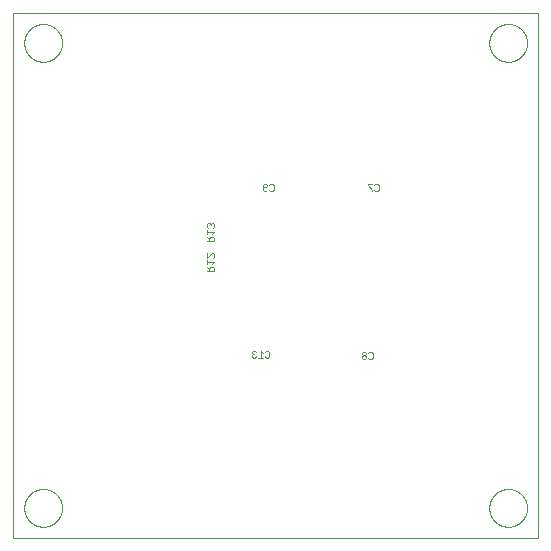
<source format=gbo>
G75*
%MOIN*%
%OFA0B0*%
%FSLAX25Y25*%
%IPPOS*%
%LPD*%
%AMOC8*
5,1,8,0,0,1.08239X$1,22.5*
%
%ADD10C,0.00000*%
%ADD11C,0.00200*%
D10*
X0002800Y0003800D02*
X0002800Y0178800D01*
X0177800Y0178800D01*
X0177800Y0003800D01*
X0002800Y0003800D01*
X0006501Y0013800D02*
X0006503Y0013958D01*
X0006509Y0014116D01*
X0006519Y0014274D01*
X0006533Y0014432D01*
X0006551Y0014589D01*
X0006572Y0014746D01*
X0006598Y0014902D01*
X0006628Y0015058D01*
X0006661Y0015213D01*
X0006699Y0015366D01*
X0006740Y0015519D01*
X0006785Y0015671D01*
X0006834Y0015822D01*
X0006887Y0015971D01*
X0006943Y0016119D01*
X0007003Y0016265D01*
X0007067Y0016410D01*
X0007135Y0016553D01*
X0007206Y0016695D01*
X0007280Y0016835D01*
X0007358Y0016972D01*
X0007440Y0017108D01*
X0007524Y0017242D01*
X0007613Y0017373D01*
X0007704Y0017502D01*
X0007799Y0017629D01*
X0007896Y0017754D01*
X0007997Y0017876D01*
X0008101Y0017995D01*
X0008208Y0018112D01*
X0008318Y0018226D01*
X0008431Y0018337D01*
X0008546Y0018446D01*
X0008664Y0018551D01*
X0008785Y0018653D01*
X0008908Y0018753D01*
X0009034Y0018849D01*
X0009162Y0018942D01*
X0009292Y0019032D01*
X0009425Y0019118D01*
X0009560Y0019202D01*
X0009696Y0019281D01*
X0009835Y0019358D01*
X0009976Y0019430D01*
X0010118Y0019500D01*
X0010262Y0019565D01*
X0010408Y0019627D01*
X0010555Y0019685D01*
X0010704Y0019740D01*
X0010854Y0019791D01*
X0011005Y0019838D01*
X0011157Y0019881D01*
X0011310Y0019920D01*
X0011465Y0019956D01*
X0011620Y0019987D01*
X0011776Y0020015D01*
X0011932Y0020039D01*
X0012089Y0020059D01*
X0012247Y0020075D01*
X0012404Y0020087D01*
X0012563Y0020095D01*
X0012721Y0020099D01*
X0012879Y0020099D01*
X0013037Y0020095D01*
X0013196Y0020087D01*
X0013353Y0020075D01*
X0013511Y0020059D01*
X0013668Y0020039D01*
X0013824Y0020015D01*
X0013980Y0019987D01*
X0014135Y0019956D01*
X0014290Y0019920D01*
X0014443Y0019881D01*
X0014595Y0019838D01*
X0014746Y0019791D01*
X0014896Y0019740D01*
X0015045Y0019685D01*
X0015192Y0019627D01*
X0015338Y0019565D01*
X0015482Y0019500D01*
X0015624Y0019430D01*
X0015765Y0019358D01*
X0015904Y0019281D01*
X0016040Y0019202D01*
X0016175Y0019118D01*
X0016308Y0019032D01*
X0016438Y0018942D01*
X0016566Y0018849D01*
X0016692Y0018753D01*
X0016815Y0018653D01*
X0016936Y0018551D01*
X0017054Y0018446D01*
X0017169Y0018337D01*
X0017282Y0018226D01*
X0017392Y0018112D01*
X0017499Y0017995D01*
X0017603Y0017876D01*
X0017704Y0017754D01*
X0017801Y0017629D01*
X0017896Y0017502D01*
X0017987Y0017373D01*
X0018076Y0017242D01*
X0018160Y0017108D01*
X0018242Y0016972D01*
X0018320Y0016835D01*
X0018394Y0016695D01*
X0018465Y0016553D01*
X0018533Y0016410D01*
X0018597Y0016265D01*
X0018657Y0016119D01*
X0018713Y0015971D01*
X0018766Y0015822D01*
X0018815Y0015671D01*
X0018860Y0015519D01*
X0018901Y0015366D01*
X0018939Y0015213D01*
X0018972Y0015058D01*
X0019002Y0014902D01*
X0019028Y0014746D01*
X0019049Y0014589D01*
X0019067Y0014432D01*
X0019081Y0014274D01*
X0019091Y0014116D01*
X0019097Y0013958D01*
X0019099Y0013800D01*
X0019097Y0013642D01*
X0019091Y0013484D01*
X0019081Y0013326D01*
X0019067Y0013168D01*
X0019049Y0013011D01*
X0019028Y0012854D01*
X0019002Y0012698D01*
X0018972Y0012542D01*
X0018939Y0012387D01*
X0018901Y0012234D01*
X0018860Y0012081D01*
X0018815Y0011929D01*
X0018766Y0011778D01*
X0018713Y0011629D01*
X0018657Y0011481D01*
X0018597Y0011335D01*
X0018533Y0011190D01*
X0018465Y0011047D01*
X0018394Y0010905D01*
X0018320Y0010765D01*
X0018242Y0010628D01*
X0018160Y0010492D01*
X0018076Y0010358D01*
X0017987Y0010227D01*
X0017896Y0010098D01*
X0017801Y0009971D01*
X0017704Y0009846D01*
X0017603Y0009724D01*
X0017499Y0009605D01*
X0017392Y0009488D01*
X0017282Y0009374D01*
X0017169Y0009263D01*
X0017054Y0009154D01*
X0016936Y0009049D01*
X0016815Y0008947D01*
X0016692Y0008847D01*
X0016566Y0008751D01*
X0016438Y0008658D01*
X0016308Y0008568D01*
X0016175Y0008482D01*
X0016040Y0008398D01*
X0015904Y0008319D01*
X0015765Y0008242D01*
X0015624Y0008170D01*
X0015482Y0008100D01*
X0015338Y0008035D01*
X0015192Y0007973D01*
X0015045Y0007915D01*
X0014896Y0007860D01*
X0014746Y0007809D01*
X0014595Y0007762D01*
X0014443Y0007719D01*
X0014290Y0007680D01*
X0014135Y0007644D01*
X0013980Y0007613D01*
X0013824Y0007585D01*
X0013668Y0007561D01*
X0013511Y0007541D01*
X0013353Y0007525D01*
X0013196Y0007513D01*
X0013037Y0007505D01*
X0012879Y0007501D01*
X0012721Y0007501D01*
X0012563Y0007505D01*
X0012404Y0007513D01*
X0012247Y0007525D01*
X0012089Y0007541D01*
X0011932Y0007561D01*
X0011776Y0007585D01*
X0011620Y0007613D01*
X0011465Y0007644D01*
X0011310Y0007680D01*
X0011157Y0007719D01*
X0011005Y0007762D01*
X0010854Y0007809D01*
X0010704Y0007860D01*
X0010555Y0007915D01*
X0010408Y0007973D01*
X0010262Y0008035D01*
X0010118Y0008100D01*
X0009976Y0008170D01*
X0009835Y0008242D01*
X0009696Y0008319D01*
X0009560Y0008398D01*
X0009425Y0008482D01*
X0009292Y0008568D01*
X0009162Y0008658D01*
X0009034Y0008751D01*
X0008908Y0008847D01*
X0008785Y0008947D01*
X0008664Y0009049D01*
X0008546Y0009154D01*
X0008431Y0009263D01*
X0008318Y0009374D01*
X0008208Y0009488D01*
X0008101Y0009605D01*
X0007997Y0009724D01*
X0007896Y0009846D01*
X0007799Y0009971D01*
X0007704Y0010098D01*
X0007613Y0010227D01*
X0007524Y0010358D01*
X0007440Y0010492D01*
X0007358Y0010628D01*
X0007280Y0010765D01*
X0007206Y0010905D01*
X0007135Y0011047D01*
X0007067Y0011190D01*
X0007003Y0011335D01*
X0006943Y0011481D01*
X0006887Y0011629D01*
X0006834Y0011778D01*
X0006785Y0011929D01*
X0006740Y0012081D01*
X0006699Y0012234D01*
X0006661Y0012387D01*
X0006628Y0012542D01*
X0006598Y0012698D01*
X0006572Y0012854D01*
X0006551Y0013011D01*
X0006533Y0013168D01*
X0006519Y0013326D01*
X0006509Y0013484D01*
X0006503Y0013642D01*
X0006501Y0013800D01*
X0006501Y0168800D02*
X0006503Y0168958D01*
X0006509Y0169116D01*
X0006519Y0169274D01*
X0006533Y0169432D01*
X0006551Y0169589D01*
X0006572Y0169746D01*
X0006598Y0169902D01*
X0006628Y0170058D01*
X0006661Y0170213D01*
X0006699Y0170366D01*
X0006740Y0170519D01*
X0006785Y0170671D01*
X0006834Y0170822D01*
X0006887Y0170971D01*
X0006943Y0171119D01*
X0007003Y0171265D01*
X0007067Y0171410D01*
X0007135Y0171553D01*
X0007206Y0171695D01*
X0007280Y0171835D01*
X0007358Y0171972D01*
X0007440Y0172108D01*
X0007524Y0172242D01*
X0007613Y0172373D01*
X0007704Y0172502D01*
X0007799Y0172629D01*
X0007896Y0172754D01*
X0007997Y0172876D01*
X0008101Y0172995D01*
X0008208Y0173112D01*
X0008318Y0173226D01*
X0008431Y0173337D01*
X0008546Y0173446D01*
X0008664Y0173551D01*
X0008785Y0173653D01*
X0008908Y0173753D01*
X0009034Y0173849D01*
X0009162Y0173942D01*
X0009292Y0174032D01*
X0009425Y0174118D01*
X0009560Y0174202D01*
X0009696Y0174281D01*
X0009835Y0174358D01*
X0009976Y0174430D01*
X0010118Y0174500D01*
X0010262Y0174565D01*
X0010408Y0174627D01*
X0010555Y0174685D01*
X0010704Y0174740D01*
X0010854Y0174791D01*
X0011005Y0174838D01*
X0011157Y0174881D01*
X0011310Y0174920D01*
X0011465Y0174956D01*
X0011620Y0174987D01*
X0011776Y0175015D01*
X0011932Y0175039D01*
X0012089Y0175059D01*
X0012247Y0175075D01*
X0012404Y0175087D01*
X0012563Y0175095D01*
X0012721Y0175099D01*
X0012879Y0175099D01*
X0013037Y0175095D01*
X0013196Y0175087D01*
X0013353Y0175075D01*
X0013511Y0175059D01*
X0013668Y0175039D01*
X0013824Y0175015D01*
X0013980Y0174987D01*
X0014135Y0174956D01*
X0014290Y0174920D01*
X0014443Y0174881D01*
X0014595Y0174838D01*
X0014746Y0174791D01*
X0014896Y0174740D01*
X0015045Y0174685D01*
X0015192Y0174627D01*
X0015338Y0174565D01*
X0015482Y0174500D01*
X0015624Y0174430D01*
X0015765Y0174358D01*
X0015904Y0174281D01*
X0016040Y0174202D01*
X0016175Y0174118D01*
X0016308Y0174032D01*
X0016438Y0173942D01*
X0016566Y0173849D01*
X0016692Y0173753D01*
X0016815Y0173653D01*
X0016936Y0173551D01*
X0017054Y0173446D01*
X0017169Y0173337D01*
X0017282Y0173226D01*
X0017392Y0173112D01*
X0017499Y0172995D01*
X0017603Y0172876D01*
X0017704Y0172754D01*
X0017801Y0172629D01*
X0017896Y0172502D01*
X0017987Y0172373D01*
X0018076Y0172242D01*
X0018160Y0172108D01*
X0018242Y0171972D01*
X0018320Y0171835D01*
X0018394Y0171695D01*
X0018465Y0171553D01*
X0018533Y0171410D01*
X0018597Y0171265D01*
X0018657Y0171119D01*
X0018713Y0170971D01*
X0018766Y0170822D01*
X0018815Y0170671D01*
X0018860Y0170519D01*
X0018901Y0170366D01*
X0018939Y0170213D01*
X0018972Y0170058D01*
X0019002Y0169902D01*
X0019028Y0169746D01*
X0019049Y0169589D01*
X0019067Y0169432D01*
X0019081Y0169274D01*
X0019091Y0169116D01*
X0019097Y0168958D01*
X0019099Y0168800D01*
X0019097Y0168642D01*
X0019091Y0168484D01*
X0019081Y0168326D01*
X0019067Y0168168D01*
X0019049Y0168011D01*
X0019028Y0167854D01*
X0019002Y0167698D01*
X0018972Y0167542D01*
X0018939Y0167387D01*
X0018901Y0167234D01*
X0018860Y0167081D01*
X0018815Y0166929D01*
X0018766Y0166778D01*
X0018713Y0166629D01*
X0018657Y0166481D01*
X0018597Y0166335D01*
X0018533Y0166190D01*
X0018465Y0166047D01*
X0018394Y0165905D01*
X0018320Y0165765D01*
X0018242Y0165628D01*
X0018160Y0165492D01*
X0018076Y0165358D01*
X0017987Y0165227D01*
X0017896Y0165098D01*
X0017801Y0164971D01*
X0017704Y0164846D01*
X0017603Y0164724D01*
X0017499Y0164605D01*
X0017392Y0164488D01*
X0017282Y0164374D01*
X0017169Y0164263D01*
X0017054Y0164154D01*
X0016936Y0164049D01*
X0016815Y0163947D01*
X0016692Y0163847D01*
X0016566Y0163751D01*
X0016438Y0163658D01*
X0016308Y0163568D01*
X0016175Y0163482D01*
X0016040Y0163398D01*
X0015904Y0163319D01*
X0015765Y0163242D01*
X0015624Y0163170D01*
X0015482Y0163100D01*
X0015338Y0163035D01*
X0015192Y0162973D01*
X0015045Y0162915D01*
X0014896Y0162860D01*
X0014746Y0162809D01*
X0014595Y0162762D01*
X0014443Y0162719D01*
X0014290Y0162680D01*
X0014135Y0162644D01*
X0013980Y0162613D01*
X0013824Y0162585D01*
X0013668Y0162561D01*
X0013511Y0162541D01*
X0013353Y0162525D01*
X0013196Y0162513D01*
X0013037Y0162505D01*
X0012879Y0162501D01*
X0012721Y0162501D01*
X0012563Y0162505D01*
X0012404Y0162513D01*
X0012247Y0162525D01*
X0012089Y0162541D01*
X0011932Y0162561D01*
X0011776Y0162585D01*
X0011620Y0162613D01*
X0011465Y0162644D01*
X0011310Y0162680D01*
X0011157Y0162719D01*
X0011005Y0162762D01*
X0010854Y0162809D01*
X0010704Y0162860D01*
X0010555Y0162915D01*
X0010408Y0162973D01*
X0010262Y0163035D01*
X0010118Y0163100D01*
X0009976Y0163170D01*
X0009835Y0163242D01*
X0009696Y0163319D01*
X0009560Y0163398D01*
X0009425Y0163482D01*
X0009292Y0163568D01*
X0009162Y0163658D01*
X0009034Y0163751D01*
X0008908Y0163847D01*
X0008785Y0163947D01*
X0008664Y0164049D01*
X0008546Y0164154D01*
X0008431Y0164263D01*
X0008318Y0164374D01*
X0008208Y0164488D01*
X0008101Y0164605D01*
X0007997Y0164724D01*
X0007896Y0164846D01*
X0007799Y0164971D01*
X0007704Y0165098D01*
X0007613Y0165227D01*
X0007524Y0165358D01*
X0007440Y0165492D01*
X0007358Y0165628D01*
X0007280Y0165765D01*
X0007206Y0165905D01*
X0007135Y0166047D01*
X0007067Y0166190D01*
X0007003Y0166335D01*
X0006943Y0166481D01*
X0006887Y0166629D01*
X0006834Y0166778D01*
X0006785Y0166929D01*
X0006740Y0167081D01*
X0006699Y0167234D01*
X0006661Y0167387D01*
X0006628Y0167542D01*
X0006598Y0167698D01*
X0006572Y0167854D01*
X0006551Y0168011D01*
X0006533Y0168168D01*
X0006519Y0168326D01*
X0006509Y0168484D01*
X0006503Y0168642D01*
X0006501Y0168800D01*
X0161501Y0168800D02*
X0161503Y0168958D01*
X0161509Y0169116D01*
X0161519Y0169274D01*
X0161533Y0169432D01*
X0161551Y0169589D01*
X0161572Y0169746D01*
X0161598Y0169902D01*
X0161628Y0170058D01*
X0161661Y0170213D01*
X0161699Y0170366D01*
X0161740Y0170519D01*
X0161785Y0170671D01*
X0161834Y0170822D01*
X0161887Y0170971D01*
X0161943Y0171119D01*
X0162003Y0171265D01*
X0162067Y0171410D01*
X0162135Y0171553D01*
X0162206Y0171695D01*
X0162280Y0171835D01*
X0162358Y0171972D01*
X0162440Y0172108D01*
X0162524Y0172242D01*
X0162613Y0172373D01*
X0162704Y0172502D01*
X0162799Y0172629D01*
X0162896Y0172754D01*
X0162997Y0172876D01*
X0163101Y0172995D01*
X0163208Y0173112D01*
X0163318Y0173226D01*
X0163431Y0173337D01*
X0163546Y0173446D01*
X0163664Y0173551D01*
X0163785Y0173653D01*
X0163908Y0173753D01*
X0164034Y0173849D01*
X0164162Y0173942D01*
X0164292Y0174032D01*
X0164425Y0174118D01*
X0164560Y0174202D01*
X0164696Y0174281D01*
X0164835Y0174358D01*
X0164976Y0174430D01*
X0165118Y0174500D01*
X0165262Y0174565D01*
X0165408Y0174627D01*
X0165555Y0174685D01*
X0165704Y0174740D01*
X0165854Y0174791D01*
X0166005Y0174838D01*
X0166157Y0174881D01*
X0166310Y0174920D01*
X0166465Y0174956D01*
X0166620Y0174987D01*
X0166776Y0175015D01*
X0166932Y0175039D01*
X0167089Y0175059D01*
X0167247Y0175075D01*
X0167404Y0175087D01*
X0167563Y0175095D01*
X0167721Y0175099D01*
X0167879Y0175099D01*
X0168037Y0175095D01*
X0168196Y0175087D01*
X0168353Y0175075D01*
X0168511Y0175059D01*
X0168668Y0175039D01*
X0168824Y0175015D01*
X0168980Y0174987D01*
X0169135Y0174956D01*
X0169290Y0174920D01*
X0169443Y0174881D01*
X0169595Y0174838D01*
X0169746Y0174791D01*
X0169896Y0174740D01*
X0170045Y0174685D01*
X0170192Y0174627D01*
X0170338Y0174565D01*
X0170482Y0174500D01*
X0170624Y0174430D01*
X0170765Y0174358D01*
X0170904Y0174281D01*
X0171040Y0174202D01*
X0171175Y0174118D01*
X0171308Y0174032D01*
X0171438Y0173942D01*
X0171566Y0173849D01*
X0171692Y0173753D01*
X0171815Y0173653D01*
X0171936Y0173551D01*
X0172054Y0173446D01*
X0172169Y0173337D01*
X0172282Y0173226D01*
X0172392Y0173112D01*
X0172499Y0172995D01*
X0172603Y0172876D01*
X0172704Y0172754D01*
X0172801Y0172629D01*
X0172896Y0172502D01*
X0172987Y0172373D01*
X0173076Y0172242D01*
X0173160Y0172108D01*
X0173242Y0171972D01*
X0173320Y0171835D01*
X0173394Y0171695D01*
X0173465Y0171553D01*
X0173533Y0171410D01*
X0173597Y0171265D01*
X0173657Y0171119D01*
X0173713Y0170971D01*
X0173766Y0170822D01*
X0173815Y0170671D01*
X0173860Y0170519D01*
X0173901Y0170366D01*
X0173939Y0170213D01*
X0173972Y0170058D01*
X0174002Y0169902D01*
X0174028Y0169746D01*
X0174049Y0169589D01*
X0174067Y0169432D01*
X0174081Y0169274D01*
X0174091Y0169116D01*
X0174097Y0168958D01*
X0174099Y0168800D01*
X0174097Y0168642D01*
X0174091Y0168484D01*
X0174081Y0168326D01*
X0174067Y0168168D01*
X0174049Y0168011D01*
X0174028Y0167854D01*
X0174002Y0167698D01*
X0173972Y0167542D01*
X0173939Y0167387D01*
X0173901Y0167234D01*
X0173860Y0167081D01*
X0173815Y0166929D01*
X0173766Y0166778D01*
X0173713Y0166629D01*
X0173657Y0166481D01*
X0173597Y0166335D01*
X0173533Y0166190D01*
X0173465Y0166047D01*
X0173394Y0165905D01*
X0173320Y0165765D01*
X0173242Y0165628D01*
X0173160Y0165492D01*
X0173076Y0165358D01*
X0172987Y0165227D01*
X0172896Y0165098D01*
X0172801Y0164971D01*
X0172704Y0164846D01*
X0172603Y0164724D01*
X0172499Y0164605D01*
X0172392Y0164488D01*
X0172282Y0164374D01*
X0172169Y0164263D01*
X0172054Y0164154D01*
X0171936Y0164049D01*
X0171815Y0163947D01*
X0171692Y0163847D01*
X0171566Y0163751D01*
X0171438Y0163658D01*
X0171308Y0163568D01*
X0171175Y0163482D01*
X0171040Y0163398D01*
X0170904Y0163319D01*
X0170765Y0163242D01*
X0170624Y0163170D01*
X0170482Y0163100D01*
X0170338Y0163035D01*
X0170192Y0162973D01*
X0170045Y0162915D01*
X0169896Y0162860D01*
X0169746Y0162809D01*
X0169595Y0162762D01*
X0169443Y0162719D01*
X0169290Y0162680D01*
X0169135Y0162644D01*
X0168980Y0162613D01*
X0168824Y0162585D01*
X0168668Y0162561D01*
X0168511Y0162541D01*
X0168353Y0162525D01*
X0168196Y0162513D01*
X0168037Y0162505D01*
X0167879Y0162501D01*
X0167721Y0162501D01*
X0167563Y0162505D01*
X0167404Y0162513D01*
X0167247Y0162525D01*
X0167089Y0162541D01*
X0166932Y0162561D01*
X0166776Y0162585D01*
X0166620Y0162613D01*
X0166465Y0162644D01*
X0166310Y0162680D01*
X0166157Y0162719D01*
X0166005Y0162762D01*
X0165854Y0162809D01*
X0165704Y0162860D01*
X0165555Y0162915D01*
X0165408Y0162973D01*
X0165262Y0163035D01*
X0165118Y0163100D01*
X0164976Y0163170D01*
X0164835Y0163242D01*
X0164696Y0163319D01*
X0164560Y0163398D01*
X0164425Y0163482D01*
X0164292Y0163568D01*
X0164162Y0163658D01*
X0164034Y0163751D01*
X0163908Y0163847D01*
X0163785Y0163947D01*
X0163664Y0164049D01*
X0163546Y0164154D01*
X0163431Y0164263D01*
X0163318Y0164374D01*
X0163208Y0164488D01*
X0163101Y0164605D01*
X0162997Y0164724D01*
X0162896Y0164846D01*
X0162799Y0164971D01*
X0162704Y0165098D01*
X0162613Y0165227D01*
X0162524Y0165358D01*
X0162440Y0165492D01*
X0162358Y0165628D01*
X0162280Y0165765D01*
X0162206Y0165905D01*
X0162135Y0166047D01*
X0162067Y0166190D01*
X0162003Y0166335D01*
X0161943Y0166481D01*
X0161887Y0166629D01*
X0161834Y0166778D01*
X0161785Y0166929D01*
X0161740Y0167081D01*
X0161699Y0167234D01*
X0161661Y0167387D01*
X0161628Y0167542D01*
X0161598Y0167698D01*
X0161572Y0167854D01*
X0161551Y0168011D01*
X0161533Y0168168D01*
X0161519Y0168326D01*
X0161509Y0168484D01*
X0161503Y0168642D01*
X0161501Y0168800D01*
X0161501Y0013800D02*
X0161503Y0013958D01*
X0161509Y0014116D01*
X0161519Y0014274D01*
X0161533Y0014432D01*
X0161551Y0014589D01*
X0161572Y0014746D01*
X0161598Y0014902D01*
X0161628Y0015058D01*
X0161661Y0015213D01*
X0161699Y0015366D01*
X0161740Y0015519D01*
X0161785Y0015671D01*
X0161834Y0015822D01*
X0161887Y0015971D01*
X0161943Y0016119D01*
X0162003Y0016265D01*
X0162067Y0016410D01*
X0162135Y0016553D01*
X0162206Y0016695D01*
X0162280Y0016835D01*
X0162358Y0016972D01*
X0162440Y0017108D01*
X0162524Y0017242D01*
X0162613Y0017373D01*
X0162704Y0017502D01*
X0162799Y0017629D01*
X0162896Y0017754D01*
X0162997Y0017876D01*
X0163101Y0017995D01*
X0163208Y0018112D01*
X0163318Y0018226D01*
X0163431Y0018337D01*
X0163546Y0018446D01*
X0163664Y0018551D01*
X0163785Y0018653D01*
X0163908Y0018753D01*
X0164034Y0018849D01*
X0164162Y0018942D01*
X0164292Y0019032D01*
X0164425Y0019118D01*
X0164560Y0019202D01*
X0164696Y0019281D01*
X0164835Y0019358D01*
X0164976Y0019430D01*
X0165118Y0019500D01*
X0165262Y0019565D01*
X0165408Y0019627D01*
X0165555Y0019685D01*
X0165704Y0019740D01*
X0165854Y0019791D01*
X0166005Y0019838D01*
X0166157Y0019881D01*
X0166310Y0019920D01*
X0166465Y0019956D01*
X0166620Y0019987D01*
X0166776Y0020015D01*
X0166932Y0020039D01*
X0167089Y0020059D01*
X0167247Y0020075D01*
X0167404Y0020087D01*
X0167563Y0020095D01*
X0167721Y0020099D01*
X0167879Y0020099D01*
X0168037Y0020095D01*
X0168196Y0020087D01*
X0168353Y0020075D01*
X0168511Y0020059D01*
X0168668Y0020039D01*
X0168824Y0020015D01*
X0168980Y0019987D01*
X0169135Y0019956D01*
X0169290Y0019920D01*
X0169443Y0019881D01*
X0169595Y0019838D01*
X0169746Y0019791D01*
X0169896Y0019740D01*
X0170045Y0019685D01*
X0170192Y0019627D01*
X0170338Y0019565D01*
X0170482Y0019500D01*
X0170624Y0019430D01*
X0170765Y0019358D01*
X0170904Y0019281D01*
X0171040Y0019202D01*
X0171175Y0019118D01*
X0171308Y0019032D01*
X0171438Y0018942D01*
X0171566Y0018849D01*
X0171692Y0018753D01*
X0171815Y0018653D01*
X0171936Y0018551D01*
X0172054Y0018446D01*
X0172169Y0018337D01*
X0172282Y0018226D01*
X0172392Y0018112D01*
X0172499Y0017995D01*
X0172603Y0017876D01*
X0172704Y0017754D01*
X0172801Y0017629D01*
X0172896Y0017502D01*
X0172987Y0017373D01*
X0173076Y0017242D01*
X0173160Y0017108D01*
X0173242Y0016972D01*
X0173320Y0016835D01*
X0173394Y0016695D01*
X0173465Y0016553D01*
X0173533Y0016410D01*
X0173597Y0016265D01*
X0173657Y0016119D01*
X0173713Y0015971D01*
X0173766Y0015822D01*
X0173815Y0015671D01*
X0173860Y0015519D01*
X0173901Y0015366D01*
X0173939Y0015213D01*
X0173972Y0015058D01*
X0174002Y0014902D01*
X0174028Y0014746D01*
X0174049Y0014589D01*
X0174067Y0014432D01*
X0174081Y0014274D01*
X0174091Y0014116D01*
X0174097Y0013958D01*
X0174099Y0013800D01*
X0174097Y0013642D01*
X0174091Y0013484D01*
X0174081Y0013326D01*
X0174067Y0013168D01*
X0174049Y0013011D01*
X0174028Y0012854D01*
X0174002Y0012698D01*
X0173972Y0012542D01*
X0173939Y0012387D01*
X0173901Y0012234D01*
X0173860Y0012081D01*
X0173815Y0011929D01*
X0173766Y0011778D01*
X0173713Y0011629D01*
X0173657Y0011481D01*
X0173597Y0011335D01*
X0173533Y0011190D01*
X0173465Y0011047D01*
X0173394Y0010905D01*
X0173320Y0010765D01*
X0173242Y0010628D01*
X0173160Y0010492D01*
X0173076Y0010358D01*
X0172987Y0010227D01*
X0172896Y0010098D01*
X0172801Y0009971D01*
X0172704Y0009846D01*
X0172603Y0009724D01*
X0172499Y0009605D01*
X0172392Y0009488D01*
X0172282Y0009374D01*
X0172169Y0009263D01*
X0172054Y0009154D01*
X0171936Y0009049D01*
X0171815Y0008947D01*
X0171692Y0008847D01*
X0171566Y0008751D01*
X0171438Y0008658D01*
X0171308Y0008568D01*
X0171175Y0008482D01*
X0171040Y0008398D01*
X0170904Y0008319D01*
X0170765Y0008242D01*
X0170624Y0008170D01*
X0170482Y0008100D01*
X0170338Y0008035D01*
X0170192Y0007973D01*
X0170045Y0007915D01*
X0169896Y0007860D01*
X0169746Y0007809D01*
X0169595Y0007762D01*
X0169443Y0007719D01*
X0169290Y0007680D01*
X0169135Y0007644D01*
X0168980Y0007613D01*
X0168824Y0007585D01*
X0168668Y0007561D01*
X0168511Y0007541D01*
X0168353Y0007525D01*
X0168196Y0007513D01*
X0168037Y0007505D01*
X0167879Y0007501D01*
X0167721Y0007501D01*
X0167563Y0007505D01*
X0167404Y0007513D01*
X0167247Y0007525D01*
X0167089Y0007541D01*
X0166932Y0007561D01*
X0166776Y0007585D01*
X0166620Y0007613D01*
X0166465Y0007644D01*
X0166310Y0007680D01*
X0166157Y0007719D01*
X0166005Y0007762D01*
X0165854Y0007809D01*
X0165704Y0007860D01*
X0165555Y0007915D01*
X0165408Y0007973D01*
X0165262Y0008035D01*
X0165118Y0008100D01*
X0164976Y0008170D01*
X0164835Y0008242D01*
X0164696Y0008319D01*
X0164560Y0008398D01*
X0164425Y0008482D01*
X0164292Y0008568D01*
X0164162Y0008658D01*
X0164034Y0008751D01*
X0163908Y0008847D01*
X0163785Y0008947D01*
X0163664Y0009049D01*
X0163546Y0009154D01*
X0163431Y0009263D01*
X0163318Y0009374D01*
X0163208Y0009488D01*
X0163101Y0009605D01*
X0162997Y0009724D01*
X0162896Y0009846D01*
X0162799Y0009971D01*
X0162704Y0010098D01*
X0162613Y0010227D01*
X0162524Y0010358D01*
X0162440Y0010492D01*
X0162358Y0010628D01*
X0162280Y0010765D01*
X0162206Y0010905D01*
X0162135Y0011047D01*
X0162067Y0011190D01*
X0162003Y0011335D01*
X0161943Y0011481D01*
X0161887Y0011629D01*
X0161834Y0011778D01*
X0161785Y0011929D01*
X0161740Y0012081D01*
X0161699Y0012234D01*
X0161661Y0012387D01*
X0161628Y0012542D01*
X0161598Y0012698D01*
X0161572Y0012854D01*
X0161551Y0013011D01*
X0161533Y0013168D01*
X0161519Y0013326D01*
X0161509Y0013484D01*
X0161503Y0013642D01*
X0161501Y0013800D01*
D11*
X0122253Y0063500D02*
X0121519Y0063500D01*
X0121152Y0063867D01*
X0120410Y0063867D02*
X0120043Y0063500D01*
X0119309Y0063500D01*
X0118942Y0063867D01*
X0118942Y0064234D01*
X0119309Y0064601D01*
X0120043Y0064601D01*
X0120410Y0064968D01*
X0120410Y0065335D01*
X0120043Y0065702D01*
X0119309Y0065702D01*
X0118942Y0065335D01*
X0118942Y0064968D01*
X0119309Y0064601D01*
X0120043Y0064601D02*
X0120410Y0064234D01*
X0120410Y0063867D01*
X0121152Y0065335D02*
X0121519Y0065702D01*
X0122253Y0065702D01*
X0122620Y0065335D01*
X0122620Y0063867D01*
X0122253Y0063500D01*
X0088200Y0064267D02*
X0087833Y0063900D01*
X0087099Y0063900D01*
X0086732Y0064267D01*
X0085990Y0063900D02*
X0084522Y0063900D01*
X0085256Y0063900D02*
X0085256Y0066102D01*
X0085990Y0065368D01*
X0086732Y0065735D02*
X0087099Y0066102D01*
X0087833Y0066102D01*
X0088200Y0065735D01*
X0088200Y0064267D01*
X0083780Y0064267D02*
X0083413Y0063900D01*
X0082679Y0063900D01*
X0082312Y0064267D01*
X0082312Y0064634D01*
X0082679Y0065001D01*
X0083046Y0065001D01*
X0082679Y0065001D02*
X0082312Y0065368D01*
X0082312Y0065735D01*
X0082679Y0066102D01*
X0083413Y0066102D01*
X0083780Y0065735D01*
X0069702Y0092770D02*
X0067500Y0092770D01*
X0068234Y0092770D02*
X0068234Y0093871D01*
X0068601Y0094238D01*
X0069335Y0094238D01*
X0069702Y0093871D01*
X0069702Y0092770D01*
X0068234Y0093504D02*
X0067500Y0094238D01*
X0067500Y0094980D02*
X0067500Y0096448D01*
X0067500Y0095714D02*
X0069702Y0095714D01*
X0068968Y0094980D01*
X0069335Y0097190D02*
X0069702Y0097557D01*
X0069702Y0098291D01*
X0069335Y0098658D01*
X0068968Y0098658D01*
X0067500Y0097190D01*
X0067500Y0098658D01*
X0067500Y0102770D02*
X0069702Y0102770D01*
X0069702Y0103871D01*
X0069335Y0104238D01*
X0068601Y0104238D01*
X0068234Y0103871D01*
X0068234Y0102770D01*
X0068234Y0103504D02*
X0067500Y0104238D01*
X0067500Y0104980D02*
X0067500Y0106448D01*
X0067500Y0105714D02*
X0069702Y0105714D01*
X0068968Y0104980D01*
X0069335Y0107190D02*
X0069702Y0107557D01*
X0069702Y0108291D01*
X0069335Y0108658D01*
X0068968Y0108658D01*
X0068601Y0108291D01*
X0068234Y0108658D01*
X0067867Y0108658D01*
X0067500Y0108291D01*
X0067500Y0107557D01*
X0067867Y0107190D01*
X0068601Y0107924D02*
X0068601Y0108291D01*
X0085942Y0119867D02*
X0085942Y0121335D01*
X0086309Y0121702D01*
X0087043Y0121702D01*
X0087410Y0121335D01*
X0087410Y0120968D01*
X0087043Y0120601D01*
X0085942Y0120601D01*
X0085942Y0119867D02*
X0086309Y0119500D01*
X0087043Y0119500D01*
X0087410Y0119867D01*
X0088152Y0119867D02*
X0088519Y0119500D01*
X0089253Y0119500D01*
X0089620Y0119867D01*
X0089620Y0121335D01*
X0089253Y0121702D01*
X0088519Y0121702D01*
X0088152Y0121335D01*
X0120942Y0121335D02*
X0122410Y0119867D01*
X0122410Y0119500D01*
X0123152Y0119867D02*
X0123519Y0119500D01*
X0124253Y0119500D01*
X0124620Y0119867D01*
X0124620Y0121335D01*
X0124253Y0121702D01*
X0123519Y0121702D01*
X0123152Y0121335D01*
X0122410Y0121702D02*
X0120942Y0121702D01*
X0120942Y0121335D01*
M02*

</source>
